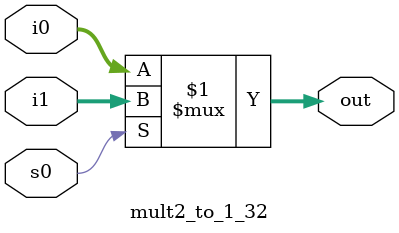
<source format=v>
module mult2_to_1_32(out, i0, i1, s0);
output [31:0] out;
input [31:0] i0, i1;
input s0;
assign out = s0 ? i1 : i0;
endmodule

</source>
